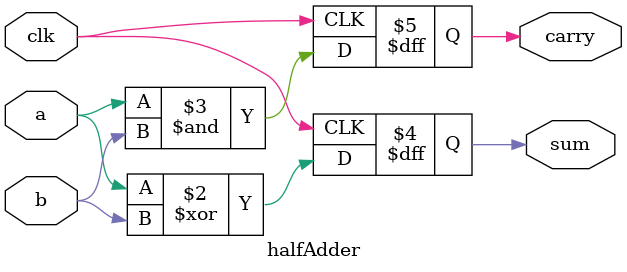
<source format=v>
module halfAdder(a, b, clk, sum, carry);
    input a, b, clk;
  	output reg sum;
  	output reg carry;

  
	always @(posedge clk) begin
        	sum <= a ^ b;
    		carry <= a & b;
    end
endmodule
</source>
